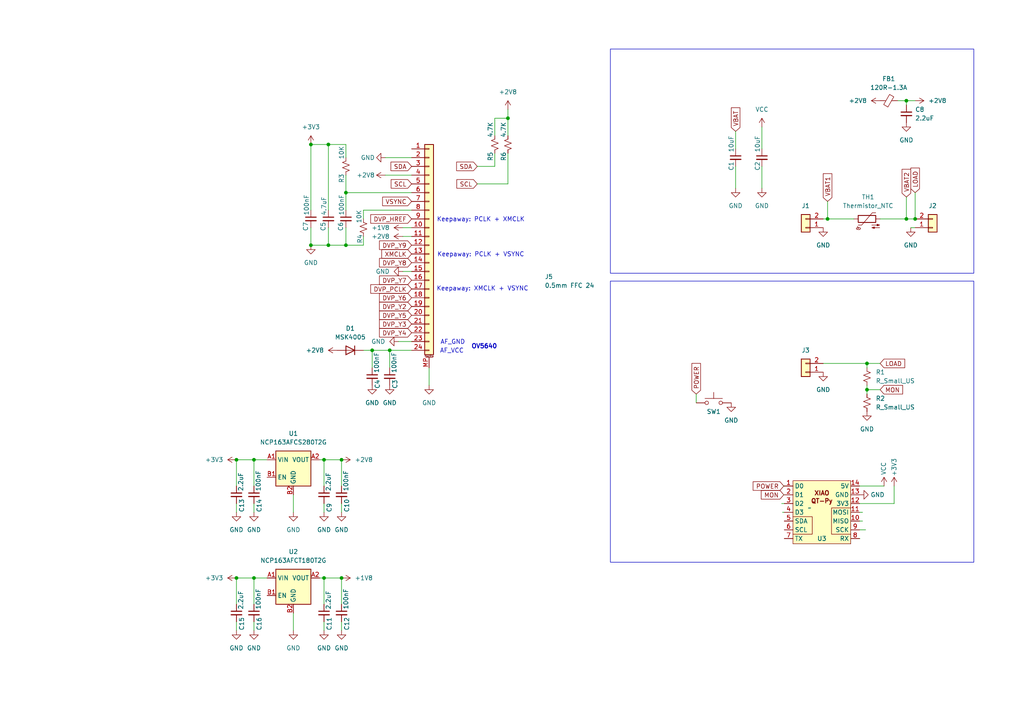
<source format=kicad_sch>
(kicad_sch (version 20250114) (generator "eeschema") (generator_version "9.0")
  (paper "A4")
  (lib_symbols
    (symbol "Connector_Generic:Conn_01x02" (pin_names (offset 1.016) (hide yes))
      (property "Reference" "J" (at 0 2.54 0))
      (property "Value" "Conn_01x02" (at 0 -5.08 0))
      (symbol "Conn_01x02_1_1"
        (rectangle (start -1.27 1.27) (end 1.27 -3.81) (stroke (width 0.254)) (fill (type background)))
        (rectangle (start -1.27 0.127) (end 0 -0.127) (stroke (width 0.1524)))
        (rectangle (start -1.27 -2.413) (end 0 -2.667) (stroke (width 0.1524)))
        (pin passive line (at -5.08 0 0) (length 3.81) (name "Pin_1") (number "1"))
        (pin passive line (at -5.08 -2.54 0) (length 3.81) (name "Pin_2") (number "2"))
      )
    )
    (symbol "Connector_Generic_MountingPin:Conn_01x24_MountingPin" (pin_names (offset 1.016) (hide yes))
      (property "Reference" "J" (at 0 30.48 0))
      (property "Value" "Conn_01x24_MountingPin" (at 1.27 -33.02 0))
      (symbol "Conn_01x24_MountingPin_1_1"
        (rectangle (start -1.27 29.21) (end 1.27 -31.75) (stroke (width 0.254)) (fill (type background)))
        (rectangle (start -1.27 28.067) (end 0 27.813) (stroke (width 0.1524)))
        (rectangle (start -1.27 25.527) (end 0 25.273) (stroke (width 0.1524)))
        (rectangle (start -1.27 22.987) (end 0 22.733) (stroke (width 0.1524)))
        (rectangle (start -1.27 20.447) (end 0 20.193) (stroke (width 0.1524)))
        (rectangle (start -1.27 17.907) (end 0 17.653) (stroke (width 0.1524)))
        (rectangle (start -1.27 15.367) (end 0 15.113) (stroke (width 0.1524)))
        (rectangle (start -1.27 12.827) (end 0 12.573) (stroke (width 0.1524)))
        (rectangle (start -1.27 10.287) (end 0 10.033) (stroke (width 0.1524)))
        (rectangle (start -1.27 7.747) (end 0 7.493) (stroke (width 0.1524)))
        (rectangle (start -1.27 5.207) (end 0 4.953) (stroke (width 0.1524)))
        (rectangle (start -1.27 2.667) (end 0 2.413) (stroke (width 0.1524)))
        (rectangle (start -1.27 0.127) (end 0 -0.127) (stroke (width 0.1524)))
        (rectangle (start -1.27 -2.413) (end 0 -2.667) (stroke (width 0.1524)))
        (rectangle (start -1.27 -4.953) (end 0 -5.207) (stroke (width 0.1524)))
        (rectangle (start -1.27 -7.493) (end 0 -7.747) (stroke (width 0.1524)))
        (rectangle (start -1.27 -10.033) (end 0 -10.287) (stroke (width 0.1524)))
        (rectangle (start -1.27 -12.573) (end 0 -12.827) (stroke (width 0.1524)))
        (rectangle (start -1.27 -15.113) (end 0 -15.367) (stroke (width 0.1524)))
        (rectangle (start -1.27 -17.653) (end 0 -17.907) (stroke (width 0.1524)))
        (rectangle (start -1.27 -20.193) (end 0 -20.447) (stroke (width 0.1524)))
        (rectangle (start -1.27 -22.733) (end 0 -22.987) (stroke (width 0.1524)))
        (rectangle (start -1.27 -25.273) (end 0 -25.527) (stroke (width 0.1524)))
        (rectangle (start -1.27 -27.813) (end 0 -28.067) (stroke (width 0.1524)))
        (rectangle (start -1.27 -30.353) (end 0 -30.607) (stroke (width 0.1524)))
        (polyline (pts (xy -1.016 -32.512) (xy 1.016 -32.512)) (stroke (width 0.1524)))
        (text "Mounting" (at 0 -32.131 0) (effects (font (size 0.381 0.381))))
        (pin passive line (at -5.08 27.94 0) (length 3.81) (name "Pin_1") (number "1"))
        (pin passive line (at -5.08 25.4 0) (length 3.81) (name "Pin_2") (number "2"))
        (pin passive line (at -5.08 22.86 0) (length 3.81) (name "Pin_3") (number "3"))
        (pin passive line (at -5.08 20.32 0) (length 3.81) (name "Pin_4") (number "4"))
        (pin passive line (at -5.08 17.78 0) (length 3.81) (name "Pin_5") (number "5"))
        (pin passive line (at -5.08 15.24 0) (length 3.81) (name "Pin_6") (number "6"))
        (pin passive line (at -5.08 12.7 0) (length 3.81) (name "Pin_7") (number "7"))
        (pin passive line (at -5.08 10.16 0) (length 3.81) (name "Pin_8") (number "8"))
        (pin passive line (at -5.08 7.62 0) (length 3.81) (name "Pin_9") (number "9"))
        (pin passive line (at -5.08 5.08 0) (length 3.81) (name "Pin_10") (number "10"))
        (pin passive line (at -5.08 2.54 0) (length 3.81) (name "Pin_11") (number "11"))
        (pin passive line (at -5.08 0 0) (length 3.81) (name "Pin_12") (number "12"))
        (pin passive line (at -5.08 -2.54 0) (length 3.81) (name "Pin_13") (number "13"))
        (pin passive line (at -5.08 -5.08 0) (length 3.81) (name "Pin_14") (number "14"))
        (pin passive line (at -5.08 -7.62 0) (length 3.81) (name "Pin_15") (number "15"))
        (pin passive line (at -5.08 -10.16 0) (length 3.81) (name "Pin_16") (number "16"))
        (pin passive line (at -5.08 -12.7 0) (length 3.81) (name "Pin_17") (number "17"))
        (pin passive line (at -5.08 -15.24 0) (length 3.81) (name "Pin_18") (number "18"))
        (pin passive line (at -5.08 -17.78 0) (length 3.81) (name "Pin_19") (number "19"))
        (pin passive line (at -5.08 -20.32 0) (length 3.81) (name "Pin_20") (number "20"))
        (pin passive line (at -5.08 -22.86 0) (length 3.81) (name "Pin_21") (number "21"))
        (pin passive line (at -5.08 -25.4 0) (length 3.81) (name "Pin_22") (number "22"))
        (pin passive line (at -5.08 -27.94 0) (length 3.81) (name "Pin_23") (number "23"))
        (pin passive line (at -5.08 -30.48 0) (length 3.81) (name "Pin_24") (number "24"))
        (pin passive line (at 0 -35.56 90) (length 3.048) (name "MountPin") (number "MP"))
      )
    )
    (symbol "Device:C_Small" (pin_numbers (hide yes)) (pin_names (offset 0.254) (hide yes))
      (property "Reference" "C" (at 0.254 1.778 0))
      (property "Value" "C_Small" (at 0.254 -2.032 0))
      (symbol "C_Small_0_1"
        (polyline (pts (xy -1.524 0.508) (xy 1.524 0.508)) (stroke (width 0.3048)))
        (polyline (pts (xy -1.524 -0.508) (xy 1.524 -0.508)) (stroke (width 0.3302)))
      )
      (symbol "C_Small_1_1"
        (pin passive line (at 0 2.54 270) (length 2.032) (name "~") (number "1"))
        (pin passive line (at 0 -2.54 90) (length 2.032) (name "~") (number "2"))
      )
    )
    (symbol "Device:D" (pin_numbers (hide yes)) (pin_names (offset 1.016) (hide yes))
      (property "Reference" "D" (at 0 2.54 0))
      (property "Value" "D" (at 0 -2.54 0))
      (symbol "D_0_1"
        (polyline (pts (xy -1.27 1.27) (xy -1.27 -1.27)) (stroke (width 0.254)))
        (polyline (pts (xy 1.27 1.27) (xy 1.27 -1.27) (xy -1.27 0) (xy 1.27 1.27)) (stroke (width 0.254)))
        (polyline (pts (xy 1.27 0) (xy -1.27 0)))
      )
      (symbol "D_1_1"
        (pin passive line (at -3.81 0 0) (length 2.54) (name "K") (number "1"))
        (pin passive line (at 3.81 0 180) (length 2.54) (name "A") (number "2"))
      )
    )
    (symbol "Device:FerriteBead_Small" (pin_numbers (hide yes)) (pin_names (offset 0))
      (property "Reference" "FB" (at 1.905 1.27 0))
      (property "Value" "FerriteBead_Small" (at 1.905 -1.27 0))
      (symbol "FerriteBead_Small_0_1"
        (polyline (pts (xy -1.8288 0.2794) (xy -1.1176 1.4986) (xy 1.8288 -0.2032) (xy 1.1176 -1.4224) (xy -1.8288 0.2794)))
        (polyline (pts (xy 0 0.889) (xy 0 1.2954)))
        (polyline (pts (xy 0 -1.27) (xy 0 -0.7874)))
      )
      (symbol "FerriteBead_Small_1_1"
        (pin passive line (at 0 2.54 270) (length 1.27) (name "~") (number "1"))
        (pin passive line (at 0 -2.54 90) (length 1.27) (name "~") (number "2"))
      )
    )
    (symbol "Device:R_Small_US" (pin_numbers (hide yes)) (pin_names (offset 0.254) (hide yes))
      (property "Reference" "R" (at 0.762 0.508 0))
      (property "Value" "R_Small_US" (at 0.762 -1.016 0))
      (symbol "R_Small_US_1_1"
        (polyline (pts (xy 0 1.524) (xy 1.016 1.143) (xy 0 0.762) (xy -1.016 0.381) (xy 0 0)))
        (polyline (pts (xy 0 0) (xy 1.016 -0.381) (xy 0 -0.762) (xy -1.016 -1.143) (xy 0 -1.524)))
        (pin passive line (at 0 2.54 270) (length 1.016) (name "~") (number "1"))
        (pin passive line (at 0 -2.54 90) (length 1.016) (name "~") (number "2"))
      )
    )
    (symbol "Device:Thermistor_NTC" (pin_numbers (hide yes)) (pin_names (offset 0))
      (property "Reference" "TH" (at -4.445 0 90))
      (property "Value" "Thermistor_NTC" (at 3.175 0 90))
      (symbol "Thermistor_NTC_0_1"
        (arc (start -3.175 2.413) (mid -3.0506 2.3165) (end -3.048 2.159))
        (arc (start -3.048 2.794) (mid -2.9736 2.9736) (end -2.794 3.048))
        (arc (start -2.794 3.048) (mid -2.6144 2.9736) (end -2.54 2.794))
        (arc (start -2.794 2.54) (mid -2.9736 2.6144) (end -3.048 2.794))
        (arc (start -2.794 1.905) (mid -2.9736 1.9794) (end -3.048 2.159))
        (arc (start -2.54 2.159) (mid -2.6144 1.9794) (end -2.794 1.905))
        (arc (start -2.159 2.794) (mid -2.434 2.5608) (end -2.794 2.54))
        (polyline (pts (xy -2.54 2.159) (xy -2.54 2.794)))
        (polyline (pts (xy -2.54 -3.683) (xy -2.54 -1.397) (xy -2.794 -2.159) (xy -2.286 -2.159) (xy -2.54 -1.397) (xy -2.54 -1.651)) (fill (type outline)))
        (polyline (pts (xy -1.778 2.54) (xy -1.778 1.524) (xy 1.778 -1.524) (xy 1.778 -2.54)))
        (polyline (pts (xy -1.778 -1.397) (xy -1.778 -3.683) (xy -2.032 -2.921) (xy -1.524 -2.921) (xy -1.778 -3.683) (xy -1.778 -3.429)) (fill (type outline)))
        (rectangle (start -1.016 2.54) (end 1.016 -2.54) (stroke (width 0.254)))
      )
      (symbol "Thermistor_NTC_1_1"
        (pin passive line (at 0 3.81 270) (length 1.27) (name "~") (number "1"))
        (pin passive line (at 0 -3.81 90) (length 1.27) (name "~") (number "2"))
      )
    )
    (symbol "MicroControllers:XIAO / QT-Py ESP32"
      (property "Reference" "U" (at 0 -7.62 0))
      (symbol "XIAO / QT-Py ESP32_1_1"
        (rectangle (start -8.382 9.144) (end 8.382 -9.144) (fill (type background)))
        (polyline (pts (xy -8.382 -6.35) (xy -2.794 -6.35) (xy -2.794 -1.27) (xy -8.382 -1.27)))
        (polyline (pts (xy 8.382 1.27) (xy 2.794 1.27) (xy 2.794 -6.35) (xy 8.382 -6.35)))
        (text "XIAO" (at 0 5.588 0) (effects (font (size 1.27 1.27) (bold yes))))
        (text "QT-Py" (at 0 3.302 0) (effects (font (size 1.27 1.27) (bold yes))))
        (pin bidirectional line (at -10.922 7.62 0) (length 2.54) (name "D0") (number "1"))
        (pin bidirectional line (at -10.922 5.08 0) (length 2.54) (name "D1") (number "2"))
        (pin bidirectional line (at -10.922 2.54 0) (length 2.54) (name "D2") (number "3"))
        (pin bidirectional line (at -10.922 0 0) (length 2.54) (name "D3") (number "4"))
        (pin bidirectional line (at -10.922 -2.54 0) (length 2.54) (name "SDA") (number "5"))
        (pin bidirectional line (at -10.922 -5.08 0) (length 2.54) (name "SCL") (number "6"))
        (pin bidirectional line (at -10.922 -7.62 0) (length 2.54) (name "TX") (number "7"))
        (pin power_in line (at 10.922 7.62 180) (length 2.54) (name "5V") (number "14"))
        (pin bidirectional line (at 10.922 5.08 180) (length 2.54) (name "GND") (number "13"))
        (pin power_out line (at 10.922 2.54 180) (length 2.54) (name "3V3") (number "12"))
        (pin bidirectional line (at 10.922 0 180) (length 2.54) (name "MOSI") (number "11"))
        (pin bidirectional line (at 10.922 -2.54 180) (length 2.54) (name "MISO") (number "10"))
        (pin bidirectional line (at 10.922 -5.08 180) (length 2.54) (name "SCK") (number "9"))
        (pin bidirectional line (at 10.922 -7.62 180) (length 2.54) (name "RX") (number "8"))
      )
    )
    (symbol "Regulator_Linear:NCP163AFCS280T2G"
      (property "Reference" "U" (at 3.81 -6.35 0))
      (property "Value" "NCP163AFCS280T2G" (at 0 6.35 0))
      (symbol "NCP163AFCS280T2G_0_1"
        (rectangle (start -5.08 5.08) (end 5.08 -5.08) (stroke (width 0.254)) (fill (type background)))
      )
      (symbol "NCP163AFCS280T2G_1_1"
        (pin power_in line (at -7.62 2.54 0) (length 2.54) (name "VIN") (number "A1"))
        (pin input line (at -7.62 -2.54 0) (length 2.54) (name "EN") (number "B1"))
        (pin power_in line (at 0 -7.62 90) (length 2.54) (name "GND") (number "B2"))
        (pin power_out line (at 7.62 2.54 180) (length 2.54) (name "VOUT") (number "A2"))
      )
    )
    (symbol "Regulator_Linear:NCP163AFCT180T2G"
      (property "Reference" "U" (at 3.81 -6.35 0))
      (property "Value" "NCP163AFCT180T2G" (at 0 6.35 0))
      (symbol "NCP163AFCT180T2G_0_1"
        (rectangle (start -5.08 5.08) (end 5.08 -5.08) (stroke (width 0.254)) (fill (type background)))
      )
      (symbol "NCP163AFCT180T2G_1_1"
        (pin power_in line (at -7.62 2.54 0) (length 2.54) (name "VIN") (number "A1"))
        (pin input line (at -7.62 -2.54 0) (length 2.54) (name "EN") (number "B1"))
        (pin power_in line (at 0 -7.62 90) (length 2.54) (name "GND") (number "B2"))
        (pin power_out line (at 7.62 2.54 180) (length 2.54) (name "VOUT") (number "A2"))
      )
    )
    (symbol "Switch:SW_Push" (pin_numbers (hide yes)) (pin_names (offset 1.016) (hide yes))
      (property "Reference" "SW" (at 1.27 2.54 0))
      (property "Value" "SW_Push" (at 0 -1.524 0))
      (symbol "SW_Push_0_1"
        (circle (center -2.032 0) (radius 0.508))
        (polyline (pts (xy 0 1.27) (xy 0 3.048)))
        (circle (center 2.032 0) (radius 0.508))
        (polyline (pts (xy 2.54 1.27) (xy -2.54 1.27)))
        (pin passive line (at -5.08 0 0) (length 2.54) (name "1") (number "1"))
        (pin passive line (at 5.08 0 180) (length 2.54) (name "2") (number "2"))
      )
    )
    (symbol "power:+1V8" (power) (pin_names (offset 0))
      (property "Value" "+1V8" (at 0 3.556 0))
      (symbol "+1V8_0_1"
        (polyline (pts (xy -0.762 1.27) (xy 0 2.54)))
        (polyline (pts (xy 0 2.54) (xy 0.762 1.27)))
        (polyline (pts (xy 0 0) (xy 0 2.54)))
      )
      (symbol "+1V8_1_1"
        (pin power_in line (at 0 0 90) (length 0) (hide yes) (name "+1V8") (number "1"))
      )
    )
    (symbol "power:+2V8" (power) (pin_names (offset 0))
      (property "Value" "+2V8" (at 0 3.556 0))
      (symbol "+2V8_0_1"
        (polyline (pts (xy -0.762 1.27) (xy 0 2.54)))
        (polyline (pts (xy 0 2.54) (xy 0.762 1.27)))
        (polyline (pts (xy 0 0) (xy 0 2.54)))
      )
      (symbol "+2V8_1_1"
        (pin power_in line (at 0 0 90) (length 0) (hide yes) (name "+2V8") (number "1"))
      )
    )
    (symbol "power:+3V3" (power) (pin_names (offset 0))
      (property "Value" "+3V3" (at 0 3.556 0))
      (symbol "+3V3_0_1"
        (polyline (pts (xy -0.762 1.27) (xy 0 2.54)))
        (polyline (pts (xy 0 2.54) (xy 0.762 1.27)))
        (polyline (pts (xy 0 0) (xy 0 2.54)))
      )
      (symbol "+3V3_1_1"
        (pin power_in line (at 0 0 90) (length 0) (hide yes) (name "+3V3") (number "1"))
      )
    )
    (symbol "power:GND" (power) (pin_names (offset 0))
      (property "Value" "GND" (at 0 -3.81 0))
      (symbol "GND_0_1"
        (polyline (pts (xy 0 0) (xy 0 -1.27) (xy 1.27 -1.27) (xy 0 -2.54) (xy -1.27 -1.27) (xy 0 -1.27)))
      )
      (symbol "GND_1_1"
        (pin power_in line (at 0 0 270) (length 0) (hide yes) (name "GND") (number "1"))
      )
    )
    (symbol "power:VCC" (power) (pin_names (offset 0))
      (property "Value" "VCC" (at 0 3.81 0))
      (symbol "VCC_0_1"
        (polyline (pts (xy -0.762 1.27) (xy 0 2.54)))
        (polyline (pts (xy 0 2.54) (xy 0.762 1.27)))
        (polyline (pts (xy 0 0) (xy 0 2.54)))
      )
      (symbol "VCC_1_1"
        (pin power_in line (at 0 0 90) (length 0) (hide yes) (name "VCC") (number "1"))
      )
    )
  )
  (rectangle (start 177.038 14.224) (end 282.448 79.248))
  (rectangle (start 177.038 81.534) (end 282.448 163.068))
  (text "Keepaway: XMCLK + VSYNC" (at 139.954 83.82 0) (effects (font (size 1.27 1.27))))
  (text "Keepaway: PCLK + VSYNC" (at 139.446 73.914 0) (effects (font (size 1.27 1.27))))
  (text "AF_GND" (at 131.318 99.314 0) (effects (font (size 1.27 1.27))))
  (text "OV5640" (at 140.462 100.584 0) (effects (font (size 1.27 1.27) (thickness 0.254) (bold yes))))
  (text "AF_VCC" (at 131.064 101.854 0) (effects (font (size 1.27 1.27))))
  (text "Keepaway: PCLK + XMCLK" (at 139.446 63.754 0) (effects (font (size 1.27 1.27))))
  (junction (at 251.46 113.03))
  (junction (at 99.06 133.35))
  (junction (at 95.25 41.91))
  (junction (at 90.17 71.12))
  (junction (at 251.46 105.41))
  (junction (at 262.89 63.5))
  (junction (at 99.06 167.64))
  (junction (at 100.33 55.88))
  (junction (at 93.98 167.64))
  (junction (at 68.58 133.35))
  (junction (at 240.03 63.5))
  (junction (at 107.95 101.6))
  (junction (at 113.03 101.6))
  (junction (at 265.43 63.5))
  (junction (at 93.98 133.35))
  (junction (at 262.89 29.21))
  (junction (at 100.33 71.12))
  (junction (at 73.66 167.64))
  (junction (at 68.58 167.64))
  (junction (at 90.17 41.91))
  (junction (at 95.25 71.12))
  (junction (at 147.32 34.29))
  (junction (at 73.66 133.35))
  (wire (pts (xy 95.25 60.96) (xy 95.25 41.91)))
  (wire (pts (xy 93.98 140.97) (xy 93.98 133.35)))
  (wire (pts (xy 93.98 182.88) (xy 93.98 180.34)))
  (wire (pts (xy 73.66 182.88) (xy 73.66 180.34)))
  (wire (pts (xy 113.03 106.68) (xy 113.03 101.6)))
  (wire (pts (xy 99.06 148.59) (xy 99.06 146.05)))
  (wire (pts (xy 255.27 105.41) (xy 251.46 105.41)))
  (wire (pts (xy 68.58 182.88) (xy 68.58 180.34)))
  (wire (pts (xy 201.93 114.3) (xy 201.93 116.84)))
  (wire (pts (xy 143.51 34.29) (xy 143.51 39.37)))
  (wire (pts (xy 99.06 140.97) (xy 99.06 133.35)))
  (wire (pts (xy 124.46 111.76) (xy 124.46 106.68)))
  (wire (pts (xy 93.98 175.26) (xy 93.98 167.64)))
  (wire (pts (xy 107.95 106.68) (xy 107.95 101.6)))
  (wire (pts (xy 100.33 55.88) (xy 119.38 55.88)))
  (wire (pts (xy 213.36 38.1) (xy 213.36 43.18)))
  (wire (pts (xy 250.19 151.13) (xy 249.301 151.13)))
  (wire (pts (xy 100.33 66.04) (xy 100.33 71.12)))
  (wire (pts (xy 68.58 133.35) (xy 68.58 140.97)))
  (wire (pts (xy 116.84 78.74) (xy 119.38 78.74)))
  (wire (pts (xy 251.46 106.68) (xy 251.46 105.41)))
  (wire (pts (xy 100.33 50.8) (xy 100.33 55.88)))
  (wire (pts (xy 68.58 167.64) (xy 73.66 167.64)))
  (wire (pts (xy 111.76 50.8) (xy 119.38 50.8)))
  (wire (pts (xy 85.09 148.59) (xy 85.09 143.51)))
  (wire (pts (xy 249.428 156.21) (xy 249.301 156.21)))
  (wire (pts (xy 105.41 101.6) (xy 107.95 101.6)))
  (wire (pts (xy 260.35 29.21) (xy 262.89 29.21)))
  (wire (pts (xy 259.334 146.05) (xy 249.301 146.05)))
  (wire (pts (xy 147.32 31.75) (xy 147.32 34.29)))
  (wire (pts (xy 255.27 113.03) (xy 251.46 113.03)))
  (wire (pts (xy 262.89 63.5) (xy 255.27 63.5)))
  (wire (pts (xy 100.33 60.96) (xy 100.33 55.88)))
  (wire (pts (xy 265.43 55.88) (xy 265.43 63.5)))
  (wire (pts (xy 73.66 175.26) (xy 73.66 167.64)))
  (wire (pts (xy 138.43 53.34) (xy 147.32 53.34)))
  (wire (pts (xy 138.43 48.26) (xy 143.51 48.26)))
  (wire (pts (xy 90.17 60.96) (xy 90.17 41.91)))
  (wire (pts (xy 73.66 133.35) (xy 73.66 140.97)))
  (wire (pts (xy 116.84 68.58) (xy 119.38 68.58)))
  (wire (pts (xy 93.98 148.59) (xy 93.98 146.05)))
  (wire (pts (xy 85.09 182.88) (xy 85.09 177.8)))
  (wire (pts (xy 111.76 45.72) (xy 119.38 45.72)))
  (wire (pts (xy 93.98 133.35) (xy 92.71 133.35)))
  (wire (pts (xy 227.33 143.51) (xy 227.457 143.51)))
  (wire (pts (xy 90.17 71.12) (xy 95.25 71.12)))
  (wire (pts (xy 68.58 133.35) (xy 73.66 133.35)))
  (wire (pts (xy 251.079 153.67) (xy 249.301 153.67)))
  (wire (pts (xy 250.19 148.59) (xy 249.301 148.59)))
  (wire (pts (xy 240.03 63.5) (xy 238.76 63.5)))
  (wire (pts (xy 99.06 182.88) (xy 99.06 180.34)))
  (wire (pts (xy 251.46 114.3) (xy 251.46 113.03)))
  (wire (pts (xy 99.06 175.26) (xy 99.06 167.64)))
  (wire (pts (xy 100.33 41.91) (xy 100.33 45.72)))
  (wire (pts (xy 220.98 36.83) (xy 220.98 43.18)))
  (wire (pts (xy 73.66 148.59) (xy 73.66 146.05)))
  (wire (pts (xy 147.32 53.34) (xy 147.32 44.45)))
  (wire (pts (xy 256.413 140.97) (xy 249.301 140.97)))
  (wire (pts (xy 95.25 66.04) (xy 95.25 71.12)))
  (wire (pts (xy 105.41 60.96) (xy 119.38 60.96)))
  (wire (pts (xy 251.46 113.03) (xy 251.46 111.76)))
  (wire (pts (xy 90.17 41.91) (xy 95.25 41.91)))
  (wire (pts (xy 105.41 68.58) (xy 105.41 71.12)))
  (wire (pts (xy 95.25 41.91) (xy 100.33 41.91)))
  (wire (pts (xy 105.41 63.5) (xy 105.41 60.96)))
  (wire (pts (xy 147.32 34.29) (xy 143.51 34.29)))
  (wire (pts (xy 105.41 71.12) (xy 100.33 71.12)))
  (wire (pts (xy 143.51 48.26) (xy 143.51 44.45)))
  (wire (pts (xy 262.89 57.15) (xy 262.89 63.5)))
  (wire (pts (xy 95.25 71.12) (xy 100.33 71.12)))
  (wire (pts (xy 68.58 148.59) (xy 68.58 146.05)))
  (wire (pts (xy 220.98 48.26) (xy 220.98 54.61)))
  (wire (pts (xy 262.89 63.5) (xy 265.43 63.5)))
  (wire (pts (xy 262.89 30.48) (xy 262.89 29.21)))
  (wire (pts (xy 227.33 140.97) (xy 227.457 140.97)))
  (wire (pts (xy 247.65 63.5) (xy 240.03 63.5)))
  (wire (pts (xy 238.76 105.41) (xy 251.46 105.41)))
  (wire (pts (xy 90.17 66.04) (xy 90.17 71.12)))
  (wire (pts (xy 213.36 48.26) (xy 213.36 54.61)))
  (wire (pts (xy 73.66 167.64) (xy 77.47 167.64)))
  (wire (pts (xy 68.58 175.26) (xy 68.58 167.64)))
  (wire (pts (xy 116.84 66.04) (xy 119.38 66.04)))
  (wire (pts (xy 73.66 133.35) (xy 77.47 133.35)))
  (wire (pts (xy 265.43 66.04) (xy 264.16 66.04)))
  (wire (pts (xy 262.89 29.21) (xy 265.43 29.21)))
  (wire (pts (xy 115.57 99.06) (xy 119.38 99.06)))
  (wire (pts (xy 99.06 167.64) (xy 93.98 167.64)))
  (wire (pts (xy 147.32 39.37) (xy 147.32 34.29)))
  (wire (pts (xy 259.334 140.97) (xy 259.334 146.05)))
  (wire (pts (xy 93.98 167.64) (xy 92.71 167.64)))
  (wire (pts (xy 226.695 146.05) (xy 227.457 146.05)))
  (wire (pts (xy 107.95 101.6) (xy 113.03 101.6)))
  (wire (pts (xy 113.03 101.6) (xy 119.38 101.6)))
  (wire (pts (xy 99.06 133.35) (xy 93.98 133.35)))
  (wire (pts (xy 226.949 148.59) (xy 227.457 148.59)))
  (wire (pts (xy 240.03 58.42) (xy 240.03 63.5)))
  (global_label "VBAT1" (shape input) (at 240.03 58.42 90) (property "Intersheetrefs" "${INTERSHEET_REFS}" (effects (hide yes))))
  (global_label "MON" (shape input) (at 227.33 143.51 180) (property "Intersheetrefs" "${INTERSHEET_REFS}" (effects (hide yes))))
  (global_label "SCL" (shape input) (at 138.43 53.34 180) (property "Intersheetrefs" "${INTERSHEET_REFS}" (effects (hide yes))))
  (global_label "DVP_HREF" (shape input) (at 119.38 63.5 180) (property "Intersheetrefs" "${INTERSHEET_REFS}" (effects (hide yes))))
  (global_label "SCL" (shape input) (at 119.38 53.34 180) (property "Intersheetrefs" "${INTERSHEET_REFS}" (effects (hide yes))))
  (global_label "LOAD" (shape input) (at 265.43 55.88 90) (property "Intersheetrefs" "${INTERSHEET_REFS}" (effects (hide yes))))
  (global_label "DVP_Y9" (shape input) (at 119.38 71.12 180) (property "Intersheetrefs" "${INTERSHEET_REFS}" (effects (hide yes))))
  (global_label "DVP_Y4" (shape input) (at 119.38 96.52 180) (property "Intersheetrefs" "${INTERSHEET_REFS}" (effects (hide yes))))
  (global_label "XMCLK" (shape input) (at 119.38 73.66 180) (property "Intersheetrefs" "${INTERSHEET_REFS}" (effects (hide yes))))
  (global_label "SDA" (shape input) (at 138.43 48.26 180) (property "Intersheetrefs" "${INTERSHEET_REFS}" (effects (hide yes))))
  (global_label "LOAD" (shape input) (at 255.27 105.41 0) (property "Intersheetrefs" "${INTERSHEET_REFS}" (effects (hide yes))))
  (global_label "POWER" (shape input) (at 201.93 114.3 90) (property "Intersheetrefs" "${INTERSHEET_REFS}" (effects (hide yes))))
  (global_label "VBAT" (shape input) (at 213.36 38.1 90) (property "Intersheetrefs" "${INTERSHEET_REFS}" (effects (hide yes))))
  (global_label "MON" (shape input) (at 255.27 113.03 0) (property "Intersheetrefs" "${INTERSHEET_REFS}" (effects (hide yes))))
  (global_label "DVP_Y5" (shape input) (at 119.38 91.44 180) (property "Intersheetrefs" "${INTERSHEET_REFS}" (effects (hide yes))))
  (global_label "DVP_Y6" (shape input) (at 119.38 86.36 180) (property "Intersheetrefs" "${INTERSHEET_REFS}" (effects (hide yes))))
  (global_label "DVP_Y7" (shape input) (at 119.38 81.28 180) (property "Intersheetrefs" "${INTERSHEET_REFS}" (effects (hide yes))))
  (global_label "DVP_Y8" (shape input) (at 119.38 76.2 180) (property "Intersheetrefs" "${INTERSHEET_REFS}" (effects (hide yes))))
  (global_label "DVP_Y2" (shape input) (at 119.38 88.9 180) (property "Intersheetrefs" "${INTERSHEET_REFS}" (effects (hide yes))))
  (global_label "VSYNC" (shape input) (at 119.38 58.42 180) (property "Intersheetrefs" "${INTERSHEET_REFS}" (effects (hide yes))))
  (global_label "POWER" (shape input) (at 227.33 140.97 180) (property "Intersheetrefs" "${INTERSHEET_REFS}" (effects (hide yes))))
  (global_label "SDA" (shape input) (at 119.38 48.26 180) (property "Intersheetrefs" "${INTERSHEET_REFS}" (effects (hide yes))))
  (global_label "DVP_Y3" (shape input) (at 119.38 93.98 180) (property "Intersheetrefs" "${INTERSHEET_REFS}" (effects (hide yes))))
  (global_label "VBAT2" (shape input) (at 262.89 57.15 90) (property "Intersheetrefs" "${INTERSHEET_REFS}" (effects (hide yes))))
  (global_label "DVP_PCLK" (shape input) (at 119.38 83.82 180) (property "Intersheetrefs" "${INTERSHEET_REFS}" (effects (hide yes))))
  (symbol (lib_id "Device:R_Small_US") (at 251.46 109.22 0) (unit 1)
    (property "Reference" "R1" (at 254 107.9499 0) (effects (justify left)))
    (property "Value" "R_Small_US" (at 254 110.4899 0) (effects (justify left)))
    (property "Description" "Resistor, small US symbol" (effects (hide yes)))
  )
  (symbol (lib_id "power:GND") (at 249.301 143.51 90) (unit 1)
    (property "Reference" "#PWR016" (effects (hide yes)))
    (property "Value" "GND" (at 252.476 143.51 90) (effects (justify right)))
  )
  (symbol (lib_id "power:GND") (at 115.57 99.06 270) (unit 1)
    (property "Reference" "#PWR013" (effects (hide yes)))
    (property "Value" "GND" (at 111.76 99.0599 90) (effects (justify right)))
    (property "Description" "Power symbol creates a global label with name \"GND\" , ground" (effects (hide yes)))
  )
  (symbol (lib_id "Device:C_Small") (at 90.17 63.5 0) (mirror y) (unit 1)
    (property "Reference" "C7" (at 88.646 67.056 90) (effects (justify left)))
    (property "Value" "100nF" (at 88.9 62.484 90) (effects (justify left)))
    (property "Description" "Unpolarized capacitor, small symbol" (effects (hide yes)))
  )
  (symbol (lib_id "Device:Thermistor_NTC") (at 251.46 63.5 90) (unit 1)
    (property "Reference" "TH1" (at 251.7775 57.15 90))
    (property "Value" "Thermistor_NTC" (at 251.7775 59.69 90))
    (property "Description" "Temperature dependent resistor, negative temperature coefficient" (effects (hide yes)))
  )
  (symbol (lib_id "power:GND") (at 111.76 45.72 270) (unit 1)
    (property "Reference" "#PWR08" (effects (hide yes)))
    (property "Value" "GND" (at 108.712 45.72 90) (effects (justify right)))
    (property "Description" "Power symbol creates a global label with name \"GND\" , ground" (effects (hide yes)))
  )
  (symbol (lib_id "power:VCC") (at 220.98 36.83 0) (unit 1)
    (property "Reference" "#PWR012" (effects (hide yes)))
    (property "Value" "VCC" (at 220.98 31.75 0))
    (property "Description" "Power symbol creates a global label with name \"VCC\"" (effects (hide yes)))
  )
  (symbol (lib_id "Device:C_Small") (at 100.33 63.5 0) (mirror y) (unit 1)
    (property "Reference" "C6" (at 98.806 67.056 90) (effects (justify left)))
    (property "Value" "100nF" (at 99.06 62.484 90) (effects (justify left)))
    (property "Description" "Unpolarized capacitor, small symbol" (effects (hide yes)))
  )
  (symbol (lib_id "Device:C_Small") (at 107.95 109.22 0) (unit 1)
    (property "Reference" "C4" (at 109.474 112.776 90) (effects (justify left)))
    (property "Value" "100nF" (at 109.22 108.204 90) (effects (justify left)))
    (property "Description" "Unpolarized capacitor, small symbol" (effects (hide yes)))
  )
  (symbol (lib_id "power:+3V3") (at 68.58 167.64 90) (unit 1)
    (property "Reference" "#PWR041" (effects (hide yes)))
    (property "Value" "+3V3" (at 64.77 167.6399 90) (effects (justify left)))
    (property "Description" "Power symbol creates a global label with name \"+3V3\"" (effects (hide yes)))
  )
  (symbol (lib_id "power:GND") (at 73.66 182.88 0) (unit 1)
    (property "Reference" "#PWR040" (effects (hide yes)))
    (property "Value" "GND" (at 73.66 187.96 0))
    (property "Description" "Power symbol creates a global label with name \"GND\" , ground" (effects (hide yes)))
  )
  (symbol (lib_id "power:GND") (at 99.06 148.59 0) (unit 1)
    (property "Reference" "#PWR030" (effects (hide yes)))
    (property "Value" "GND" (at 99.06 153.67 0))
    (property "Description" "Power symbol creates a global label with name \"GND\" , ground" (effects (hide yes)))
  )
  (symbol (lib_id "Device:C_Small") (at 68.58 177.8 0) (unit 1)
    (property "Reference" "C15" (at 70.104 182.88 90) (effects (justify left)))
    (property "Value" "2.2uF" (at 69.85 176.784 90) (effects (justify left)))
    (property "Description" "Unpolarized capacitor, small symbol" (effects (hide yes)))
  )
  (symbol (lib_id "power:GND") (at 85.09 148.59 0) (unit 1)
    (property "Reference" "#PWR031" (effects (hide yes)))
    (property "Value" "GND" (at 85.09 153.67 0))
    (property "Description" "Power symbol creates a global label with name \"GND\" , ground" (effects (hide yes)))
  )
  (symbol (lib_id "Regulator_Linear:NCP163AFCS280T2G") (at 85.09 135.89 0) (unit 1)
    (property "Reference" "U1" (at 85.09 125.73 0))
    (property "Value" "NCP163AFCS280T2G" (at 85.09 128.27 0))
    (property "Footprint" "Package_CSP:WLCSP-4_0.64x0.64mm_P0.35mm" (effects (hide yes)))
    (property "Datasheet" "https://www.onsemi.com/pdf/datasheet/ncp163-d.pdf" (effects (hide yes)))
    (property "Description" "250mA low-noise LDO, 2.2V-5.5V input, 2.8V output, WLCSP-4" (effects (hide yes)))
  )
  (symbol (lib_id "power:+3V3") (at 68.58 133.35 90) (unit 1)
    (property "Reference" "#PWR032" (effects (hide yes)))
    (property "Value" "+3V3" (at 64.77 133.3499 90) (effects (justify left)))
    (property "Description" "Power symbol creates a global label with name \"+3V3\"" (effects (hide yes)))
  )
  (symbol (lib_id "power:+2V8") (at 111.76 50.8 90) (unit 1)
    (property "Reference" "#PWR015" (effects (hide yes)))
    (property "Value" "+2V8" (at 108.712 50.8 90) (effects (justify left)))
    (property "Description" "Power symbol creates a global label with name \"+2V8\"" (effects (hide yes)))
  )
  (symbol (lib_id "power:+2V8") (at 255.27 29.21 90) (unit 1)
    (property "Reference" "#PWR024" (effects (hide yes)))
    (property "Value" "+2V8" (at 251.46 29.2099 90) (effects (justify left)))
    (property "Description" "Power symbol creates a global label with name \"+2V8\"" (effects (hide yes)))
  )
  (symbol (lib_id "Device:R_Small_US") (at 147.32 41.91 0) (mirror y) (unit 1)
    (property "Reference" "R6" (at 146.05 46.736 90) (effects (justify left)))
    (property "Value" "4.7K" (at 146.05 39.878 90) (effects (justify left)))
    (property "Description" "Resistor, small US symbol" (effects (hide yes)))
  )
  (symbol (lib_id "power:+3V3") (at 259.334 140.97 0) (unit 1)
    (property "Reference" "#PWR018" (effects (hide yes)))
    (property "Value" "+3V3" (at 259.334 135.509 90))
  )
  (symbol (lib_id "Device:C_Small") (at 93.98 177.8 0) (unit 1)
    (property "Reference" "C11" (at 95.504 182.88 90) (effects (justify left)))
    (property "Value" "2.2uF" (at 95.25 176.784 90) (effects (justify left)))
    (property "Description" "Unpolarized capacitor, small symbol" (effects (hide yes)))
  )
  (symbol (lib_id "Device:D") (at 101.6 101.6 180) (unit 1)
    (property "Reference" "D1" (at 101.6 95.25 0))
    (property "Value" "MSK4005" (at 101.6 97.79 0))
    (property "Description" "Diode" (effects (hide yes)))
    (property "Sim.Device" "D" (effects (hide yes)))
    (property "Sim.Pins" "1=K 2=A" (effects (hide yes)))
  )
  (symbol (lib_id "power:+1V8") (at 99.06 167.64 270) (unit 1)
    (property "Reference" "#PWR034" (effects (hide yes)))
    (property "Value" "+1V8" (at 102.87 167.6399 90) (effects (justify left)))
    (property "Description" "Power symbol creates a global label with name \"+1V8\"" (effects (hide yes)))
  )
  (symbol (lib_id "Device:C_Small") (at 262.89 33.02 0) (unit 1)
    (property "Reference" "C8" (at 265.43 31.7562 0) (effects (justify left)))
    (property "Value" "2.2uF" (at 265.43 34.29 0) (effects (justify left)))
    (property "Description" "Unpolarized capacitor, small symbol" (effects (hide yes)))
  )
  (symbol (lib_id "Device:C_Small") (at 113.03 109.22 0) (unit 1)
    (property "Reference" "C3" (at 114.554 112.776 90) (effects (justify left)))
    (property "Value" "100nF" (at 114.3 108.204 90) (effects (justify left)))
    (property "Description" "Unpolarized capacitor, small symbol" (effects (hide yes)))
  )
  (symbol (lib_id "Device:R_Small_US") (at 105.41 66.04 0) (unit 1)
    (property "Reference" "R4" (at 104.394 70.612 90) (effects (justify left)))
    (property "Value" "10K" (at 104.14 64.77 90) (effects (justify left)))
    (property "Description" "Resistor, small US symbol" (effects (hide yes)))
  )
  (symbol (lib_id "power:GND") (at 262.89 35.56 0) (unit 1)
    (property "Reference" "#PWR026" (effects (hide yes)))
    (property "Value" "GND" (at 262.89 40.64 0))
    (property "Description" "Power symbol creates a global label with name \"GND\" , ground" (effects (hide yes)))
  )
  (symbol (lib_id "power:+2V8") (at 99.06 133.35 270) (unit 1)
    (property "Reference" "#PWR028" (effects (hide yes)))
    (property "Value" "+2V8" (at 102.87 133.3499 90) (effects (justify left)))
    (property "Description" "Power symbol creates a global label with name \"+2V8\"" (effects (hide yes)))
  )
  (symbol (lib_id "power:GND") (at 116.84 78.74 270) (unit 1)
    (property "Reference" "#PWR023" (effects (hide yes)))
    (property "Value" "GND" (at 113.03 78.7399 90) (effects (justify right)))
    (property "Description" "Power symbol creates a global label with name \"GND\" , ground" (effects (hide yes)))
  )
  (symbol (lib_id "power:GND") (at 220.98 54.61 0) (unit 1)
    (property "Reference" "#PWR011" (effects (hide yes)))
    (property "Value" "GND" (at 220.98 59.69 0))
    (property "Description" "Power symbol creates a global label with name \"GND\" , ground" (effects (hide yes)))
  )
  (symbol (lib_id "power:GND") (at 113.03 111.76 0) (unit 1)
    (property "Reference" "#PWR09" (effects (hide yes)))
    (property "Value" "GND" (at 113.03 116.84 0))
    (property "Description" "Power symbol creates a global label with name \"GND\" , ground" (effects (hide yes)))
  )
  (symbol (lib_id "Device:C_Small") (at 73.66 177.8 0) (unit 1)
    (property "Reference" "C16" (at 75.184 182.88 90) (effects (justify left)))
    (property "Value" "100nF" (at 74.93 176.784 90) (effects (justify left)))
    (property "Description" "Unpolarized capacitor, small symbol" (effects (hide yes)))
  )
  (symbol (lib_id "power:+1V8") (at 116.84 66.04 90) (unit 1)
    (property "Reference" "#PWR019" (effects (hide yes)))
    (property "Value" "+1V8" (at 113.03 66.0399 90) (effects (justify left)))
    (property "Description" "Power symbol creates a global label with name \"+1V8\"" (effects (hide yes)))
  )
  (symbol (lib_id "power:VCC") (at 256.413 140.97 0) (unit 1)
    (property "Reference" "#PWR017" (effects (hide yes)))
    (property "Value" "VCC" (at 256.286 135.89 90))
  )
  (symbol (lib_id "Device:R_Small_US") (at 251.46 116.84 0) (unit 1)
    (property "Reference" "R2" (at 254 115.5699 0) (effects (justify left)))
    (property "Value" "R_Small_US" (at 254 118.1099 0) (effects (justify left)))
    (property "Description" "Resistor, small US symbol" (effects (hide yes)))
  )
  (symbol (lib_id "Connector_Generic:Conn_01x02") (at 270.51 66.04 0) (mirror x) (unit 1)
    (property "Reference" "J2" (at 270.51 59.69 0))
    (property "Value" "Conn_01x02" (effects (hide yes)))
    (property "Description" "Generic connector, single row, 01x02, script generated (kicad-library-utils/schlib/autogen/connector/)" (effects (hide yes)))
  )
  (symbol (lib_id "Device:R_Small_US") (at 143.51 41.91 0) (mirror y) (unit 1)
    (property "Reference" "R5" (at 142.24 46.736 90) (effects (justify left)))
    (property "Value" "4.7K" (at 142.24 39.878 90) (effects (justify left)))
    (property "Description" "Resistor, small US symbol" (effects (hide yes)))
  )
  (symbol (lib_id "power:+2V8") (at 147.32 31.75 0) (unit 1)
    (property "Reference" "#PWR027" (effects (hide yes)))
    (property "Value" "+2V8" (at 147.32 26.67 0))
    (property "Description" "Power symbol creates a global label with name \"+2V8\"" (effects (hide yes)))
  )
  (symbol (lib_id "Switch:SW_Push") (at 207.01 116.84 0) (mirror y) (unit 1)
    (property "Reference" "SW1" (at 207.01 119.38 0))
    (property "Value" "SW_Push" (effects (hide yes)))
    (property "Description" "Push button switch, generic, two pins" (effects (hide yes)))
  )
  (symbol (lib_id "Device:C_Small") (at 93.98 143.51 0) (unit 1)
    (property "Reference" "C9" (at 95.504 148.59 90) (effects (justify left)))
    (property "Value" "2.2uF" (at 95.25 142.494 90) (effects (justify left)))
    (property "Description" "Unpolarized capacitor, small symbol" (effects (hide yes)))
  )
  (symbol (lib_id "Device:C_Small") (at 99.06 143.51 0) (unit 1)
    (property "Reference" "C10" (at 100.584 148.59 90) (effects (justify left)))
    (property "Value" "100nF" (at 100.33 142.494 90) (effects (justify left)))
    (property "Description" "Unpolarized capacitor, small symbol" (effects (hide yes)))
  )
  (symbol (lib_id "Device:C_Small") (at 213.36 45.72 0) (unit 1)
    (property "Reference" "C1" (at 212.09 49.53 90) (effects (justify left)))
    (property "Value" "10uF" (at 212.09 44.196 90) (effects (justify left)))
    (property "Description" "Unpolarized capacitor, small symbol" (effects (hide yes)))
  )
  (symbol (lib_id "power:+2V8") (at 265.43 29.21 270) (unit 1)
    (property "Reference" "#PWR025" (effects (hide yes)))
    (property "Value" "+2V8" (at 269.24 29.2099 90) (effects (justify left)))
    (property "Description" "Power symbol creates a global label with name \"+2V8\"" (effects (hide yes)))
  )
  (symbol (lib_id "power:GND") (at 93.98 148.59 0) (unit 1)
    (property "Reference" "#PWR029" (effects (hide yes)))
    (property "Value" "GND" (at 93.98 153.67 0))
    (property "Description" "Power symbol creates a global label with name \"GND\" , ground" (effects (hide yes)))
  )
  (symbol (lib_id "power:GND") (at 90.17 71.12 0) (unit 1)
    (property "Reference" "#PWR020" (effects (hide yes)))
    (property "Value" "GND" (at 90.17 76.2 0))
    (property "Description" "Power symbol creates a global label with name \"GND\" , ground" (effects (hide yes)))
  )
  (symbol (lib_id "power:GND") (at 107.95 111.76 0) (unit 1)
    (property "Reference" "#PWR010" (effects (hide yes)))
    (property "Value" "GND" (at 107.95 116.84 0))
    (property "Description" "Power symbol creates a global label with name \"GND\" , ground" (effects (hide yes)))
  )
  (symbol (lib_id "Device:R_Small_US") (at 100.33 48.26 0) (mirror y) (unit 1)
    (property "Reference" "R3" (at 99.06 53.086 90) (effects (justify left)))
    (property "Value" "10K" (at 99.06 46.228 90) (effects (justify left)))
    (property "Description" "Resistor, small US symbol" (effects (hide yes)))
  )
  (symbol (lib_id "Device:C_Small") (at 73.66 143.51 0) (unit 1)
    (property "Reference" "C14" (at 75.184 148.59 90) (effects (justify left)))
    (property "Value" "100nF" (at 74.93 142.494 90) (effects (justify left)))
    (property "Description" "Unpolarized capacitor, small symbol" (effects (hide yes)))
  )
  (symbol (lib_id "Regulator_Linear:NCP163AFCT180T2G") (at 85.09 170.18 0) (unit 1)
    (property "Reference" "U2" (at 85.09 160.02 0))
    (property "Value" "NCP163AFCT180T2G" (at 85.09 162.56 0))
    (property "Footprint" "Package_CSP:WLCSP-4_0.64x0.64mm_P0.35mm" (effects (hide yes)))
    (property "Datasheet" "https://www.onsemi.com/pdf/datasheet/ncp163-d.pdf" (effects (hide yes)))
    (property "Description" "250mA low-noise LDO, 2.2V-5.5V input, 1.8V output, WLCSP-4" (effects (hide yes)))
  )
  (symbol (lib_id "Connector_Generic:Conn_01x02") (at 233.68 66.04 180) (unit 1)
    (property "Reference" "J1" (at 233.68 59.69 0))
    (property "Value" "Conn_01x02" (effects (hide yes)))
    (property "Description" "Generic connector, single row, 01x02, script generated (kicad-library-utils/schlib/autogen/connector/)" (effects (hide yes)))
  )
  (symbol (lib_id "Device:C_Small") (at 95.25 63.5 0) (mirror y) (unit 1)
    (property "Reference" "C5" (at 93.726 67.056 90) (effects (justify left)))
    (property "Value" "4.7uF" (at 93.98 62.484 90) (effects (justify left)))
    (property "Description" "Unpolarized capacitor, small symbol" (effects (hide yes)))
  )
  (symbol (lib_id "power:GND") (at 73.66 148.59 0) (unit 1)
    (property "Reference" "#PWR038" (effects (hide yes)))
    (property "Value" "GND" (at 73.66 153.67 0))
    (property "Description" "Power symbol creates a global label with name \"GND\" , ground" (effects (hide yes)))
  )
  (symbol (lib_id "Device:C_Small") (at 220.98 45.72 0) (unit 1)
    (property "Reference" "C2" (at 219.71 49.53 90) (effects (justify left)))
    (property "Value" "10uF" (at 219.71 44.196 90) (effects (justify left)))
    (property "Description" "Unpolarized capacitor, small symbol" (effects (hide yes)))
  )
  (symbol (lib_id "power:GND") (at 212.09 116.84 0) (unit 1)
    (property "Reference" "#PWR05" (effects (hide yes)))
    (property "Value" "GND" (at 212.09 121.92 0))
    (property "Description" "Power symbol creates a global label with name \"GND\" , ground" (effects (hide yes)))
  )
  (symbol (lib_id "power:GND") (at 238.76 66.04 0) (unit 1)
    (property "Reference" "#PWR01" (effects (hide yes)))
    (property "Value" "GND" (at 238.76 71.12 0))
    (property "Description" "Power symbol creates a global label with name \"GND\" , ground" (effects (hide yes)))
  )
  (symbol (lib_id "power:+3V3") (at 90.17 41.91 0) (unit 1)
    (property "Reference" "#PWR021" (effects (hide yes)))
    (property "Value" "+3V3" (at 90.17 36.83 0))
    (property "Description" "Power symbol creates a global label with name \"+3V3\"" (effects (hide yes)))
  )
  (symbol (lib_id "power:GND") (at 99.06 182.88 0) (unit 1)
    (property "Reference" "#PWR035" (effects (hide yes)))
    (property "Value" "GND" (at 99.06 187.96 0))
    (property "Description" "Power symbol creates a global label with name \"GND\" , ground" (effects (hide yes)))
  )
  (symbol (lib_id "power:GND") (at 68.58 182.88 0) (unit 1)
    (property "Reference" "#PWR039" (effects (hide yes)))
    (property "Value" "GND" (at 68.58 187.96 0))
    (property "Description" "Power symbol creates a global label with name \"GND\" , ground" (effects (hide yes)))
  )
  (symbol (lib_id "power:GND") (at 238.76 107.95 0) (unit 1)
    (property "Reference" "#PWR03" (effects (hide yes)))
    (property "Value" "GND" (at 238.76 113.03 0))
    (property "Description" "Power symbol creates a global label with name \"GND\" , ground" (effects (hide yes)))
  )
  (symbol (lib_id "Connector_Generic:Conn_01x02") (at 233.68 107.95 180) (unit 1)
    (property "Reference" "J3" (at 233.68 101.6 0))
    (property "Value" "Conn_01x02" (effects (hide yes)))
    (property "Description" "Generic connector, single row, 01x02, script generated (kicad-library-utils/schlib/autogen/connector/)" (effects (hide yes)))
  )
  (symbol (lib_id "power:GND") (at 124.46 111.76 0) (unit 1)
    (property "Reference" "#PWR06" (effects (hide yes)))
    (property "Value" "GND" (at 124.46 116.84 0))
    (property "Description" "Power symbol creates a global label with name \"GND\" , ground" (effects (hide yes)))
  )
  (symbol (lib_id "Device:FerriteBead_Small") (at 257.81 29.21 90) (unit 1)
    (property "Reference" "FB1" (at 257.7719 22.86 90))
    (property "Value" "120R-1.3A" (at 257.7719 25.4 90))
    (property "Description" "Ferrite bead, small symbol" (effects (hide yes)))
  )
  (symbol (lib_id "power:+2V8") (at 97.79 101.6 90) (unit 1)
    (property "Reference" "#PWR014" (effects (hide yes)))
    (property "Value" "+2V8" (at 93.98 101.5999 90) (effects (justify left)))
    (property "Description" "Power symbol creates a global label with name \"+2V8\"" (effects (hide yes)))
  )
  (symbol (lib_id "power:+2V8") (at 116.84 68.58 90) (unit 1)
    (property "Reference" "#PWR022" (effects (hide yes)))
    (property "Value" "+2V8" (at 113.03 68.5799 90) (effects (justify left)))
    (property "Description" "Power symbol creates a global label with name \"+2V8\"" (effects (hide yes)))
  )
  (symbol (lib_id "Device:C_Small") (at 68.58 143.51 0) (unit 1)
    (property "Reference" "C13" (at 70.104 148.59 90) (effects (justify left)))
    (property "Value" "2.2uF" (at 69.85 142.494 90) (effects (justify left)))
    (property "Description" "Unpolarized capacitor, small symbol" (effects (hide yes)))
  )
  (symbol (lib_id "power:GND") (at 85.09 182.88 0) (unit 1)
    (property "Reference" "#PWR036" (effects (hide yes)))
    (property "Value" "GND" (at 85.09 187.96 0))
    (property "Description" "Power symbol creates a global label with name \"GND\" , ground" (effects (hide yes)))
  )
  (symbol (lib_id "power:GND") (at 213.36 54.61 0) (unit 1)
    (property "Reference" "#PWR07" (effects (hide yes)))
    (property "Value" "GND" (at 213.36 59.69 0))
    (property "Description" "Power symbol creates a global label with name \"GND\" , ground" (effects (hide yes)))
  )
  (symbol (lib_id "MicroControllers:XIAO / QT-Py ESP32") (at 238.379 148.59 0) (unit 1)
    (property "Reference" "U3" (at 238.379 156.21 0))
    (property "Value" "~" (at 234.823 147.32 0))
    (property "Footprint" "Connector_JST:JST_PH_S2B-PH-SM4-TB_1x02-1MP_P2.00mm_Horizontal" (effects (hide yes)))
  )
  (symbol (lib_id "power:GND") (at 93.98 182.88 0) (unit 1)
    (property "Reference" "#PWR033" (effects (hide yes)))
    (property "Value" "GND" (at 93.98 187.96 0))
    (property "Description" "Power symbol creates a global label with name \"GND\" , ground" (effects (hide yes)))
  )
  (symbol (lib_id "power:GND") (at 251.46 119.38 0) (unit 1)
    (property "Reference" "#PWR04" (effects (hide yes)))
    (property "Value" "GND" (at 251.46 124.46 0))
    (property "Description" "Power symbol creates a global label with name \"GND\" , ground" (effects (hide yes)))
  )
  (symbol (lib_id "Connector_Generic_MountingPin:Conn_01x24_MountingPin") (at 124.46 71.12 0) (unit 1)
    (property "Reference" "J5" (at 157.988 80.264 0) (effects (justify left)))
    (property "Value" "0.5mm FFC 24" (at 157.988 82.804 0) (effects (justify left)))
    (property "Description" "Generic connectable mounting pin connector, single row, 01x24, script generated (kicad-library-utils/schlib/autogen/connector/)" (effects (hide yes)))
  )
  (symbol (lib_id "power:GND") (at 264.16 66.04 0) (unit 1)
    (property "Reference" "#PWR02" (effects (hide yes)))
    (property "Value" "GND" (at 264.16 71.12 0))
    (property "Description" "Power symbol creates a global label with name \"GND\" , ground" (effects (hide yes)))
  )
  (symbol (lib_id "Device:C_Small") (at 99.06 177.8 0) (unit 1)
    (property "Reference" "C12" (at 100.584 182.88 90) (effects (justify left)))
    (property "Value" "100nF" (at 100.33 176.784 90) (effects (justify left)))
    (property "Description" "Unpolarized capacitor, small symbol" (effects (hide yes)))
  )
  (symbol (lib_id "power:GND") (at 68.58 148.59 0) (unit 1)
    (property "Reference" "#PWR037" (effects (hide yes)))
    (property "Value" "GND" (at 68.58 153.67 0))
    (property "Description" "Power symbol creates a global label with name \"GND\" , ground" (effects (hide yes)))
  )
)
</source>
